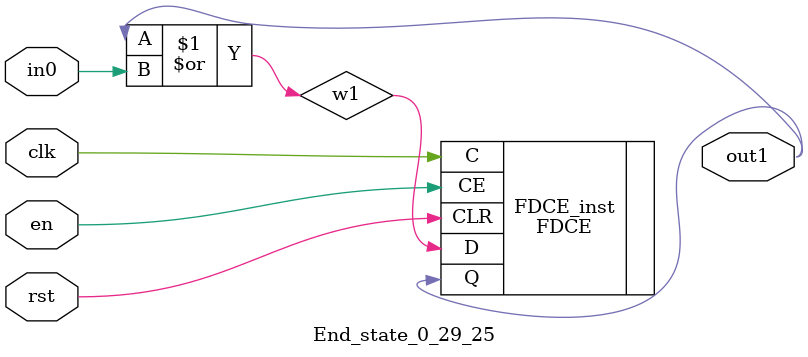
<source format=v>
module engine_0_29(out,clk,sod,en, in_66, in_67, in_68, in_69, in_4, in_7, in_8, in_9, in_12, in_16, in_17, in_20, in_21, in_25, in_26, in_28, in_29, in_30, in_38, in_41, in_58);
//pcre: /\/Strux\/Zombies\.php\?1=\{[^\}]+\}/iU
//block char: 1[0], \x7B[8], [^\}][2], \x7D[8], O[0], I[0], S[0], H[0], \x2E[8], r[0], e[0], =[0], p[0], \x2F[8], x[0], \x3F[8], u[0], t[0], B[0], M[0], Z[0], 

	input clk,sod,en;

	input in_66, in_67, in_68, in_69, in_4, in_7, in_8, in_9, in_12, in_16, in_17, in_20, in_21, in_25, in_26, in_28, in_29, in_30, in_38, in_41, in_58;
	output out;

	assign w0 = 1'b1;
	state_0_29_1 BlockState_0_29_1 (w1,in_25,clk,en,sod,w0);
	state_0_29_2 BlockState_0_29_2 (w2,in_8,clk,en,sod,w1);
	state_0_29_3 BlockState_0_29_3 (w3,in_30,clk,en,sod,w2);
	state_0_29_4 BlockState_0_29_4 (w4,in_16,clk,en,sod,w3);
	state_0_29_5 BlockState_0_29_5 (w5,in_29,clk,en,sod,w4);
	state_0_29_6 BlockState_0_29_6 (w6,in_26,clk,en,sod,w5);
	state_0_29_7 BlockState_0_29_7 (w7,in_25,clk,en,sod,w6);
	state_0_29_8 BlockState_0_29_8 (w8,in_58,clk,en,sod,w7);
	state_0_29_9 BlockState_0_29_9 (w9,in_4,clk,en,sod,w8);
	state_0_29_10 BlockState_0_29_10 (w10,in_41,clk,en,sod,w9);
	state_0_29_11 BlockState_0_29_11 (w11,in_38,clk,en,sod,w10);
	state_0_29_12 BlockState_0_29_12 (w12,in_7,clk,en,sod,w11);
	state_0_29_13 BlockState_0_29_13 (w13,in_17,clk,en,sod,w12);
	state_0_29_14 BlockState_0_29_14 (w14,in_8,clk,en,sod,w13);
	state_0_29_15 BlockState_0_29_15 (w15,in_12,clk,en,sod,w14);
	state_0_29_16 BlockState_0_29_16 (w16,in_21,clk,en,sod,w15);
	state_0_29_17 BlockState_0_29_17 (w17,in_9,clk,en,sod,w16);
	state_0_29_18 BlockState_0_29_18 (w18,in_21,clk,en,sod,w17);
	state_0_29_19 BlockState_0_29_19 (w19,in_28,clk,en,sod,w18);
	state_0_29_20 BlockState_0_29_20 (w20,in_66,clk,en,sod,w19);
	state_0_29_21 BlockState_0_29_21 (w21,in_20,clk,en,sod,w20);
	state_0_29_22 BlockState_0_29_22 (w22,in_67,clk,en,sod,w21);
	state_0_29_23 BlockState_0_29_23 (w23,in_68,clk,en,sod,w23,w22);
	state_0_29_24 BlockState_0_29_24 (w24,in_69,clk,en,sod,w23);
	End_state_0_29_25 BlockState_0_29_25 (out,clk,en,sod,w24);
endmodule

module state_0_29_1(out1,in_char,clk,en,rst,in0);
	input in_char,clk,en,rst,in0;
	output out1;
	wire w1,w2;
	assign w1 = in0; 
	and(w2,in_char,w1);
	FDCE #(.INIT(1'b0)) FDCE_inst (
		.Q(out1),
		.C(clk),
		.CE(en),
		.CLR(rst),
		.D(w2)
);
endmodule

module state_0_29_2(out1,in_char,clk,en,rst,in0);
	input in_char,clk,en,rst,in0;
	output out1;
	wire w1,w2;
	assign w1 = in0; 
	and(w2,in_char,w1);
	FDCE #(.INIT(1'b0)) FDCE_inst (
		.Q(out1),
		.C(clk),
		.CE(en),
		.CLR(rst),
		.D(w2)
);
endmodule

module state_0_29_3(out1,in_char,clk,en,rst,in0);
	input in_char,clk,en,rst,in0;
	output out1;
	wire w1,w2;
	assign w1 = in0; 
	and(w2,in_char,w1);
	FDCE #(.INIT(1'b0)) FDCE_inst (
		.Q(out1),
		.C(clk),
		.CE(en),
		.CLR(rst),
		.D(w2)
);
endmodule

module state_0_29_4(out1,in_char,clk,en,rst,in0);
	input in_char,clk,en,rst,in0;
	output out1;
	wire w1,w2;
	assign w1 = in0; 
	and(w2,in_char,w1);
	FDCE #(.INIT(1'b0)) FDCE_inst (
		.Q(out1),
		.C(clk),
		.CE(en),
		.CLR(rst),
		.D(w2)
);
endmodule

module state_0_29_5(out1,in_char,clk,en,rst,in0);
	input in_char,clk,en,rst,in0;
	output out1;
	wire w1,w2;
	assign w1 = in0; 
	and(w2,in_char,w1);
	FDCE #(.INIT(1'b0)) FDCE_inst (
		.Q(out1),
		.C(clk),
		.CE(en),
		.CLR(rst),
		.D(w2)
);
endmodule

module state_0_29_6(out1,in_char,clk,en,rst,in0);
	input in_char,clk,en,rst,in0;
	output out1;
	wire w1,w2;
	assign w1 = in0; 
	and(w2,in_char,w1);
	FDCE #(.INIT(1'b0)) FDCE_inst (
		.Q(out1),
		.C(clk),
		.CE(en),
		.CLR(rst),
		.D(w2)
);
endmodule

module state_0_29_7(out1,in_char,clk,en,rst,in0);
	input in_char,clk,en,rst,in0;
	output out1;
	wire w1,w2;
	assign w1 = in0; 
	and(w2,in_char,w1);
	FDCE #(.INIT(1'b0)) FDCE_inst (
		.Q(out1),
		.C(clk),
		.CE(en),
		.CLR(rst),
		.D(w2)
);
endmodule

module state_0_29_8(out1,in_char,clk,en,rst,in0);
	input in_char,clk,en,rst,in0;
	output out1;
	wire w1,w2;
	assign w1 = in0; 
	and(w2,in_char,w1);
	FDCE #(.INIT(1'b0)) FDCE_inst (
		.Q(out1),
		.C(clk),
		.CE(en),
		.CLR(rst),
		.D(w2)
);
endmodule

module state_0_29_9(out1,in_char,clk,en,rst,in0);
	input in_char,clk,en,rst,in0;
	output out1;
	wire w1,w2;
	assign w1 = in0; 
	and(w2,in_char,w1);
	FDCE #(.INIT(1'b0)) FDCE_inst (
		.Q(out1),
		.C(clk),
		.CE(en),
		.CLR(rst),
		.D(w2)
);
endmodule

module state_0_29_10(out1,in_char,clk,en,rst,in0);
	input in_char,clk,en,rst,in0;
	output out1;
	wire w1,w2;
	assign w1 = in0; 
	and(w2,in_char,w1);
	FDCE #(.INIT(1'b0)) FDCE_inst (
		.Q(out1),
		.C(clk),
		.CE(en),
		.CLR(rst),
		.D(w2)
);
endmodule

module state_0_29_11(out1,in_char,clk,en,rst,in0);
	input in_char,clk,en,rst,in0;
	output out1;
	wire w1,w2;
	assign w1 = in0; 
	and(w2,in_char,w1);
	FDCE #(.INIT(1'b0)) FDCE_inst (
		.Q(out1),
		.C(clk),
		.CE(en),
		.CLR(rst),
		.D(w2)
);
endmodule

module state_0_29_12(out1,in_char,clk,en,rst,in0);
	input in_char,clk,en,rst,in0;
	output out1;
	wire w1,w2;
	assign w1 = in0; 
	and(w2,in_char,w1);
	FDCE #(.INIT(1'b0)) FDCE_inst (
		.Q(out1),
		.C(clk),
		.CE(en),
		.CLR(rst),
		.D(w2)
);
endmodule

module state_0_29_13(out1,in_char,clk,en,rst,in0);
	input in_char,clk,en,rst,in0;
	output out1;
	wire w1,w2;
	assign w1 = in0; 
	and(w2,in_char,w1);
	FDCE #(.INIT(1'b0)) FDCE_inst (
		.Q(out1),
		.C(clk),
		.CE(en),
		.CLR(rst),
		.D(w2)
);
endmodule

module state_0_29_14(out1,in_char,clk,en,rst,in0);
	input in_char,clk,en,rst,in0;
	output out1;
	wire w1,w2;
	assign w1 = in0; 
	and(w2,in_char,w1);
	FDCE #(.INIT(1'b0)) FDCE_inst (
		.Q(out1),
		.C(clk),
		.CE(en),
		.CLR(rst),
		.D(w2)
);
endmodule

module state_0_29_15(out1,in_char,clk,en,rst,in0);
	input in_char,clk,en,rst,in0;
	output out1;
	wire w1,w2;
	assign w1 = in0; 
	and(w2,in_char,w1);
	FDCE #(.INIT(1'b0)) FDCE_inst (
		.Q(out1),
		.C(clk),
		.CE(en),
		.CLR(rst),
		.D(w2)
);
endmodule

module state_0_29_16(out1,in_char,clk,en,rst,in0);
	input in_char,clk,en,rst,in0;
	output out1;
	wire w1,w2;
	assign w1 = in0; 
	and(w2,in_char,w1);
	FDCE #(.INIT(1'b0)) FDCE_inst (
		.Q(out1),
		.C(clk),
		.CE(en),
		.CLR(rst),
		.D(w2)
);
endmodule

module state_0_29_17(out1,in_char,clk,en,rst,in0);
	input in_char,clk,en,rst,in0;
	output out1;
	wire w1,w2;
	assign w1 = in0; 
	and(w2,in_char,w1);
	FDCE #(.INIT(1'b0)) FDCE_inst (
		.Q(out1),
		.C(clk),
		.CE(en),
		.CLR(rst),
		.D(w2)
);
endmodule

module state_0_29_18(out1,in_char,clk,en,rst,in0);
	input in_char,clk,en,rst,in0;
	output out1;
	wire w1,w2;
	assign w1 = in0; 
	and(w2,in_char,w1);
	FDCE #(.INIT(1'b0)) FDCE_inst (
		.Q(out1),
		.C(clk),
		.CE(en),
		.CLR(rst),
		.D(w2)
);
endmodule

module state_0_29_19(out1,in_char,clk,en,rst,in0);
	input in_char,clk,en,rst,in0;
	output out1;
	wire w1,w2;
	assign w1 = in0; 
	and(w2,in_char,w1);
	FDCE #(.INIT(1'b0)) FDCE_inst (
		.Q(out1),
		.C(clk),
		.CE(en),
		.CLR(rst),
		.D(w2)
);
endmodule

module state_0_29_20(out1,in_char,clk,en,rst,in0);
	input in_char,clk,en,rst,in0;
	output out1;
	wire w1,w2;
	assign w1 = in0; 
	and(w2,in_char,w1);
	FDCE #(.INIT(1'b0)) FDCE_inst (
		.Q(out1),
		.C(clk),
		.CE(en),
		.CLR(rst),
		.D(w2)
);
endmodule

module state_0_29_21(out1,in_char,clk,en,rst,in0);
	input in_char,clk,en,rst,in0;
	output out1;
	wire w1,w2;
	assign w1 = in0; 
	and(w2,in_char,w1);
	FDCE #(.INIT(1'b0)) FDCE_inst (
		.Q(out1),
		.C(clk),
		.CE(en),
		.CLR(rst),
		.D(w2)
);
endmodule

module state_0_29_22(out1,in_char,clk,en,rst,in0);
	input in_char,clk,en,rst,in0;
	output out1;
	wire w1,w2;
	assign w1 = in0; 
	and(w2,in_char,w1);
	FDCE #(.INIT(1'b0)) FDCE_inst (
		.Q(out1),
		.C(clk),
		.CE(en),
		.CLR(rst),
		.D(w2)
);
endmodule

module state_0_29_23(out1,in_char,clk,en,rst,in0,in1);
	input in_char,clk,en,rst,in0,in1;
	output out1;
	wire w1,w2;
	or(w1,in0,in1);
	and(w2,in_char,w1);
	FDCE #(.INIT(1'b0)) FDCE_inst (
		.Q(out1),
		.C(clk),
		.CE(en),
		.CLR(rst),
		.D(w2)
);
endmodule

module state_0_29_24(out1,in_char,clk,en,rst,in0);
	input in_char,clk,en,rst,in0;
	output out1;
	wire w1,w2;
	assign w1 = in0; 
	and(w2,in_char,w1);
	FDCE #(.INIT(1'b0)) FDCE_inst (
		.Q(out1),
		.C(clk),
		.CE(en),
		.CLR(rst),
		.D(w2)
);
endmodule

module End_state_0_29_25(out1,clk,en,rst,in0);
	input clk,rst,en,in0;
	output out1;
	wire w1;
	or(w1,out1,in0);
	FDCE #(.INIT(1'b0)) FDCE_inst (
		.Q(out1),
		.C(clk),
		.CE(en),
		.CLR(rst),
		.D(w1)
);
endmodule


</source>
